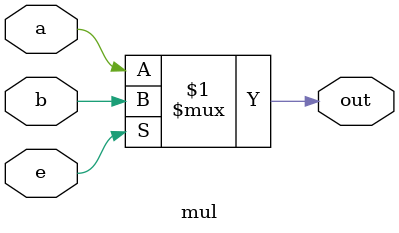
<source format=sv>
module mul(input logic a, input logic b, input logic e, output logic out);
	assign out=(e)? b: a;
endmodule
</source>
